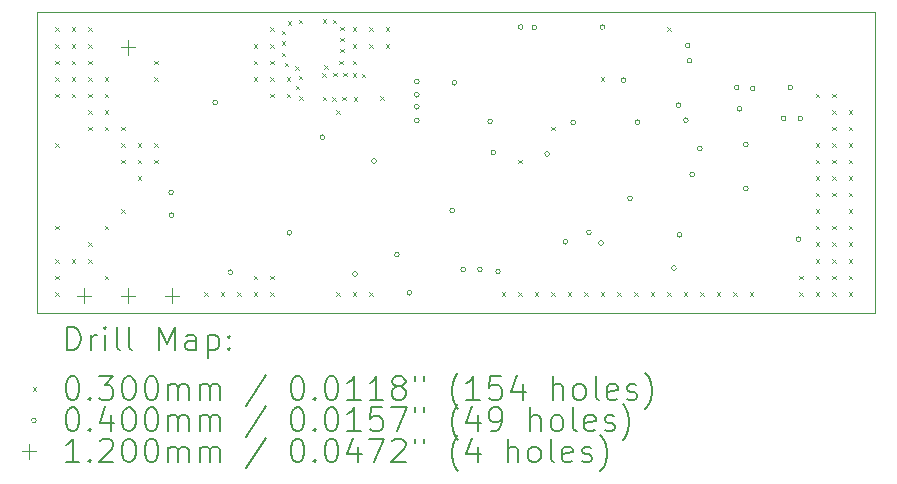
<source format=gbr>
%TF.GenerationSoftware,KiCad,Pcbnew,8.0.4*%
%TF.CreationDate,2024-11-07T22:09:43+00:00*%
%TF.ProjectId,BG95V4,42473935-5634-42e6-9b69-6361645f7063,rev?*%
%TF.SameCoordinates,Original*%
%TF.FileFunction,Drillmap*%
%TF.FilePolarity,Positive*%
%FSLAX45Y45*%
G04 Gerber Fmt 4.5, Leading zero omitted, Abs format (unit mm)*
G04 Created by KiCad (PCBNEW 8.0.4) date 2024-11-07 22:09:43*
%MOMM*%
%LPD*%
G01*
G04 APERTURE LIST*
%ADD10C,0.050000*%
%ADD11C,0.200000*%
%ADD12C,0.100000*%
%ADD13C,0.120000*%
G04 APERTURE END LIST*
D10*
X400000Y2250000D02*
X400000Y-300000D01*
X7500000Y-300000D02*
X400000Y-300000D01*
X7500000Y-300000D02*
X7500000Y2250000D01*
X7500000Y2250000D02*
X400000Y2250000D01*
D11*
D12*
X558300Y2119539D02*
X588300Y2089539D01*
X588300Y2119539D02*
X558300Y2089539D01*
X558300Y1979539D02*
X588300Y1949539D01*
X588300Y1979539D02*
X558300Y1949539D01*
X558300Y1839539D02*
X588300Y1809539D01*
X588300Y1839539D02*
X558300Y1809539D01*
X558300Y1699539D02*
X588300Y1669539D01*
X588300Y1699539D02*
X558300Y1669539D01*
X558300Y1559539D02*
X588300Y1529539D01*
X588300Y1559539D02*
X558300Y1529539D01*
X558300Y1139539D02*
X588300Y1109539D01*
X588300Y1139539D02*
X558300Y1109539D01*
X558300Y439539D02*
X588300Y409539D01*
X588300Y439539D02*
X558300Y409539D01*
X558300Y159539D02*
X588300Y129539D01*
X588300Y159539D02*
X558300Y129539D01*
X558300Y19539D02*
X588300Y-10461D01*
X588300Y19539D02*
X558300Y-10461D01*
X558300Y-120461D02*
X588300Y-150461D01*
X588300Y-120461D02*
X558300Y-150461D01*
X698300Y2119539D02*
X728300Y2089539D01*
X728300Y2119539D02*
X698300Y2089539D01*
X698300Y1979539D02*
X728300Y1949539D01*
X728300Y1979539D02*
X698300Y1949539D01*
X698300Y1839539D02*
X728300Y1809539D01*
X728300Y1839539D02*
X698300Y1809539D01*
X698300Y1699539D02*
X728300Y1669539D01*
X728300Y1699539D02*
X698300Y1669539D01*
X698300Y1559539D02*
X728300Y1529539D01*
X728300Y1559539D02*
X698300Y1529539D01*
X698300Y159539D02*
X728300Y129539D01*
X728300Y159539D02*
X698300Y129539D01*
X838300Y2119539D02*
X868300Y2089539D01*
X868300Y2119539D02*
X838300Y2089539D01*
X838300Y1979539D02*
X868300Y1949539D01*
X868300Y1979539D02*
X838300Y1949539D01*
X838300Y1839539D02*
X868300Y1809539D01*
X868300Y1839539D02*
X838300Y1809539D01*
X838300Y1699539D02*
X868300Y1669539D01*
X868300Y1699539D02*
X838300Y1669539D01*
X838300Y1559539D02*
X868300Y1529539D01*
X868300Y1559539D02*
X838300Y1529539D01*
X838300Y1419539D02*
X868300Y1389539D01*
X868300Y1419539D02*
X838300Y1389539D01*
X838300Y1279539D02*
X868300Y1249539D01*
X868300Y1279539D02*
X838300Y1249539D01*
X838300Y299539D02*
X868300Y269539D01*
X868300Y299539D02*
X838300Y269539D01*
X838300Y159539D02*
X868300Y129539D01*
X868300Y159539D02*
X838300Y129539D01*
X978300Y1699539D02*
X1008300Y1669539D01*
X1008300Y1699539D02*
X978300Y1669539D01*
X978300Y1559539D02*
X1008300Y1529539D01*
X1008300Y1559539D02*
X978300Y1529539D01*
X978300Y1419539D02*
X1008300Y1389539D01*
X1008300Y1419539D02*
X978300Y1389539D01*
X978300Y1279539D02*
X1008300Y1249539D01*
X1008300Y1279539D02*
X978300Y1249539D01*
X978300Y439539D02*
X1008300Y409539D01*
X1008300Y439539D02*
X978300Y409539D01*
X978300Y19539D02*
X1008300Y-10461D01*
X1008300Y19539D02*
X978300Y-10461D01*
X1118300Y1279539D02*
X1148300Y1249539D01*
X1148300Y1279539D02*
X1118300Y1249539D01*
X1118300Y1139539D02*
X1148300Y1109539D01*
X1148300Y1139539D02*
X1118300Y1109539D01*
X1118300Y999539D02*
X1148300Y969539D01*
X1148300Y999539D02*
X1118300Y969539D01*
X1118300Y579539D02*
X1148300Y549539D01*
X1148300Y579539D02*
X1118300Y549539D01*
X1258300Y1139539D02*
X1288300Y1109539D01*
X1288300Y1139539D02*
X1258300Y1109539D01*
X1258300Y999539D02*
X1288300Y969539D01*
X1288300Y999539D02*
X1258300Y969539D01*
X1258300Y859539D02*
X1288300Y829539D01*
X1288300Y859539D02*
X1258300Y829539D01*
X1398300Y1839539D02*
X1428300Y1809539D01*
X1428300Y1839539D02*
X1398300Y1809539D01*
X1398300Y1699539D02*
X1428300Y1669539D01*
X1428300Y1699539D02*
X1398300Y1669539D01*
X1398300Y1139539D02*
X1428300Y1109539D01*
X1428300Y1139539D02*
X1398300Y1109539D01*
X1398300Y999539D02*
X1428300Y969539D01*
X1428300Y999539D02*
X1398300Y969539D01*
X1818300Y-120461D02*
X1848300Y-150461D01*
X1848300Y-120461D02*
X1818300Y-150461D01*
X1958300Y-120461D02*
X1988300Y-150461D01*
X1988300Y-120461D02*
X1958300Y-150461D01*
X2098300Y-120461D02*
X2128300Y-150461D01*
X2128300Y-120461D02*
X2098300Y-150461D01*
X2238300Y1979539D02*
X2268300Y1949539D01*
X2268300Y1979539D02*
X2238300Y1949539D01*
X2238300Y1839539D02*
X2268300Y1809539D01*
X2268300Y1839539D02*
X2238300Y1809539D01*
X2238300Y1699539D02*
X2268300Y1669539D01*
X2268300Y1699539D02*
X2238300Y1669539D01*
X2238300Y19539D02*
X2268300Y-10461D01*
X2268300Y19539D02*
X2238300Y-10461D01*
X2238300Y-120461D02*
X2268300Y-150461D01*
X2268300Y-120461D02*
X2238300Y-150461D01*
X2378300Y2119539D02*
X2408300Y2089539D01*
X2408300Y2119539D02*
X2378300Y2089539D01*
X2378300Y1979539D02*
X2408300Y1949539D01*
X2408300Y1979539D02*
X2378300Y1949539D01*
X2378300Y1839539D02*
X2408300Y1809539D01*
X2408300Y1839539D02*
X2378300Y1809539D01*
X2378300Y1699539D02*
X2408300Y1669539D01*
X2408300Y1699539D02*
X2378300Y1669539D01*
X2378300Y1559539D02*
X2408300Y1529539D01*
X2408300Y1559539D02*
X2378300Y1529539D01*
X2378300Y19539D02*
X2408300Y-10461D01*
X2408300Y19539D02*
X2378300Y-10461D01*
X2378300Y-120461D02*
X2408300Y-150461D01*
X2408300Y-120461D02*
X2378300Y-150461D01*
X2474200Y2090180D02*
X2504200Y2060180D01*
X2504200Y2090180D02*
X2474200Y2060180D01*
X2474200Y1907300D02*
X2504200Y1877300D01*
X2504200Y1907300D02*
X2474200Y1877300D01*
X2476740Y2001280D02*
X2506740Y1971280D01*
X2506740Y2001280D02*
X2476740Y1971280D01*
X2499600Y1820940D02*
X2529600Y1790940D01*
X2529600Y1820940D02*
X2499600Y1790940D01*
X2518300Y1699539D02*
X2548300Y1669539D01*
X2548300Y1699539D02*
X2518300Y1669539D01*
X2518300Y1559539D02*
X2548300Y1529539D01*
X2548300Y1559539D02*
X2518300Y1529539D01*
X2527540Y2174000D02*
X2557540Y2144000D01*
X2557540Y2174000D02*
X2527540Y2144000D01*
X2588500Y1793000D02*
X2618500Y1763000D01*
X2618500Y1793000D02*
X2588500Y1763000D01*
X2596120Y1627900D02*
X2626120Y1597900D01*
X2626120Y1627900D02*
X2596120Y1597900D01*
X2618980Y2186700D02*
X2648980Y2156700D01*
X2648980Y2186700D02*
X2618980Y2156700D01*
X2618980Y1711720D02*
X2648980Y1681720D01*
X2648980Y1711720D02*
X2618980Y1681720D01*
X2624060Y1539000D02*
X2654060Y1509000D01*
X2654060Y1539000D02*
X2624060Y1509000D01*
X2819640Y1732040D02*
X2849640Y1702040D01*
X2849640Y1732040D02*
X2819640Y1702040D01*
X2822180Y2189240D02*
X2852180Y2159240D01*
X2852180Y2189240D02*
X2822180Y2159240D01*
X2822180Y1533920D02*
X2852180Y1503920D01*
X2852180Y1533920D02*
X2822180Y1503920D01*
X2837420Y1798080D02*
X2867420Y1768080D01*
X2867420Y1798080D02*
X2837420Y1768080D01*
X2903460Y1528840D02*
X2933460Y1498840D01*
X2933460Y1528840D02*
X2903460Y1498840D01*
X2906000Y2186700D02*
X2936000Y2156700D01*
X2936000Y2186700D02*
X2906000Y2156700D01*
X2913620Y1737120D02*
X2943620Y1707120D01*
X2943620Y1737120D02*
X2913620Y1707120D01*
X2938300Y1419539D02*
X2968300Y1389539D01*
X2968300Y1419539D02*
X2938300Y1389539D01*
X2938300Y-120461D02*
X2968300Y-150461D01*
X2968300Y-120461D02*
X2938300Y-150461D01*
X2964420Y1838720D02*
X2994420Y1808720D01*
X2994420Y1838720D02*
X2964420Y1808720D01*
X2969500Y2125740D02*
X2999500Y2095740D01*
X2999500Y2125740D02*
X2969500Y2095740D01*
X2969500Y1940320D02*
X2999500Y1910320D01*
X2999500Y1940320D02*
X2969500Y1910320D01*
X2972040Y2034300D02*
X3002040Y2004300D01*
X3002040Y2034300D02*
X2972040Y2004300D01*
X2987280Y1533920D02*
X3017280Y1503920D01*
X3017280Y1533920D02*
X2987280Y1503920D01*
X2997440Y1734580D02*
X3027440Y1704580D01*
X3027440Y1734580D02*
X2997440Y1704580D01*
X3076180Y1732040D02*
X3106180Y1702040D01*
X3106180Y1732040D02*
X3076180Y1702040D01*
X3078300Y2119539D02*
X3108300Y2089539D01*
X3108300Y2119539D02*
X3078300Y2089539D01*
X3078300Y1979539D02*
X3108300Y1949539D01*
X3108300Y1979539D02*
X3078300Y1949539D01*
X3078300Y1839539D02*
X3108300Y1809539D01*
X3108300Y1839539D02*
X3078300Y1809539D01*
X3078300Y-120461D02*
X3108300Y-150461D01*
X3108300Y-120461D02*
X3078300Y-150461D01*
X3083800Y1528840D02*
X3113800Y1498840D01*
X3113800Y1528840D02*
X3083800Y1498840D01*
X3152380Y1729500D02*
X3182380Y1699500D01*
X3182380Y1729500D02*
X3152380Y1699500D01*
X3218300Y2119539D02*
X3248300Y2089539D01*
X3248300Y2119539D02*
X3218300Y2089539D01*
X3218300Y1979539D02*
X3248300Y1949539D01*
X3248300Y1979539D02*
X3218300Y1949539D01*
X3218300Y-120461D02*
X3248300Y-150461D01*
X3248300Y-120461D02*
X3218300Y-150461D01*
X3309860Y1539000D02*
X3339860Y1509000D01*
X3339860Y1539000D02*
X3309860Y1509000D01*
X3358300Y2119539D02*
X3388300Y2089539D01*
X3388300Y2119539D02*
X3358300Y2089539D01*
X3358300Y1979539D02*
X3388300Y1949539D01*
X3388300Y1979539D02*
X3358300Y1949539D01*
X4338300Y-120461D02*
X4368300Y-150461D01*
X4368300Y-120461D02*
X4338300Y-150461D01*
X4478300Y999539D02*
X4508300Y969539D01*
X4508300Y999539D02*
X4478300Y969539D01*
X4478300Y-120461D02*
X4508300Y-150461D01*
X4508300Y-120461D02*
X4478300Y-150461D01*
X4618300Y-120461D02*
X4648300Y-150461D01*
X4648300Y-120461D02*
X4618300Y-150461D01*
X4758300Y1279539D02*
X4788300Y1249539D01*
X4788300Y1279539D02*
X4758300Y1249539D01*
X4758300Y-120461D02*
X4788300Y-150461D01*
X4788300Y-120461D02*
X4758300Y-150461D01*
X4898300Y-120461D02*
X4928300Y-150461D01*
X4928300Y-120461D02*
X4898300Y-150461D01*
X5038300Y-120461D02*
X5068300Y-150461D01*
X5068300Y-120461D02*
X5038300Y-150461D01*
X5178300Y1699539D02*
X5208300Y1669539D01*
X5208300Y1699539D02*
X5178300Y1669539D01*
X5178300Y-120461D02*
X5208300Y-150461D01*
X5208300Y-120461D02*
X5178300Y-150461D01*
X5318300Y-120461D02*
X5348300Y-150461D01*
X5348300Y-120461D02*
X5318300Y-150461D01*
X5458300Y-120461D02*
X5488300Y-150461D01*
X5488300Y-120461D02*
X5458300Y-150461D01*
X5598300Y-120461D02*
X5628300Y-150461D01*
X5628300Y-120461D02*
X5598300Y-150461D01*
X5738300Y2119539D02*
X5768300Y2089539D01*
X5768300Y2119539D02*
X5738300Y2089539D01*
X5738300Y-120461D02*
X5768300Y-150461D01*
X5768300Y-120461D02*
X5738300Y-150461D01*
X5878300Y-120461D02*
X5908300Y-150461D01*
X5908300Y-120461D02*
X5878300Y-150461D01*
X6018300Y-120461D02*
X6048300Y-150461D01*
X6048300Y-120461D02*
X6018300Y-150461D01*
X6158300Y-120461D02*
X6188300Y-150461D01*
X6188300Y-120461D02*
X6158300Y-150461D01*
X6298300Y-120461D02*
X6328300Y-150461D01*
X6328300Y-120461D02*
X6298300Y-150461D01*
X6438300Y-120461D02*
X6468300Y-150461D01*
X6468300Y-120461D02*
X6438300Y-150461D01*
X6858300Y19539D02*
X6888300Y-10461D01*
X6888300Y19539D02*
X6858300Y-10461D01*
X6858300Y-120461D02*
X6888300Y-150461D01*
X6888300Y-120461D02*
X6858300Y-150461D01*
X6998300Y1559539D02*
X7028300Y1529539D01*
X7028300Y1559539D02*
X6998300Y1529539D01*
X6998300Y1139539D02*
X7028300Y1109539D01*
X7028300Y1139539D02*
X6998300Y1109539D01*
X6998300Y999539D02*
X7028300Y969539D01*
X7028300Y999539D02*
X6998300Y969539D01*
X6998300Y859539D02*
X7028300Y829539D01*
X7028300Y859539D02*
X6998300Y829539D01*
X6998300Y719539D02*
X7028300Y689539D01*
X7028300Y719539D02*
X6998300Y689539D01*
X6998300Y579539D02*
X7028300Y549539D01*
X7028300Y579539D02*
X6998300Y549539D01*
X6998300Y439539D02*
X7028300Y409539D01*
X7028300Y439539D02*
X6998300Y409539D01*
X6998300Y299539D02*
X7028300Y269539D01*
X7028300Y299539D02*
X6998300Y269539D01*
X6998300Y159539D02*
X7028300Y129539D01*
X7028300Y159539D02*
X6998300Y129539D01*
X6998300Y19539D02*
X7028300Y-10461D01*
X7028300Y19539D02*
X6998300Y-10461D01*
X6998300Y-120461D02*
X7028300Y-150461D01*
X7028300Y-120461D02*
X6998300Y-150461D01*
X7138300Y1559539D02*
X7168300Y1529539D01*
X7168300Y1559539D02*
X7138300Y1529539D01*
X7138300Y1419539D02*
X7168300Y1389539D01*
X7168300Y1419539D02*
X7138300Y1389539D01*
X7138300Y1279539D02*
X7168300Y1249539D01*
X7168300Y1279539D02*
X7138300Y1249539D01*
X7138300Y1139539D02*
X7168300Y1109539D01*
X7168300Y1139539D02*
X7138300Y1109539D01*
X7138300Y999539D02*
X7168300Y969539D01*
X7168300Y999539D02*
X7138300Y969539D01*
X7138300Y859539D02*
X7168300Y829539D01*
X7168300Y859539D02*
X7138300Y829539D01*
X7138300Y719539D02*
X7168300Y689539D01*
X7168300Y719539D02*
X7138300Y689539D01*
X7138300Y439539D02*
X7168300Y409539D01*
X7168300Y439539D02*
X7138300Y409539D01*
X7138300Y299539D02*
X7168300Y269539D01*
X7168300Y299539D02*
X7138300Y269539D01*
X7138300Y159539D02*
X7168300Y129539D01*
X7168300Y159539D02*
X7138300Y129539D01*
X7138300Y19539D02*
X7168300Y-10461D01*
X7168300Y19539D02*
X7138300Y-10461D01*
X7138300Y-120461D02*
X7168300Y-150461D01*
X7168300Y-120461D02*
X7138300Y-150461D01*
X7278300Y1419539D02*
X7308300Y1389539D01*
X7308300Y1419539D02*
X7278300Y1389539D01*
X7278300Y1279539D02*
X7308300Y1249539D01*
X7308300Y1279539D02*
X7278300Y1249539D01*
X7278300Y1139539D02*
X7308300Y1109539D01*
X7308300Y1139539D02*
X7278300Y1109539D01*
X7278300Y999539D02*
X7308300Y969539D01*
X7308300Y999539D02*
X7278300Y969539D01*
X7278300Y859539D02*
X7308300Y829539D01*
X7308300Y859539D02*
X7278300Y829539D01*
X7278300Y719539D02*
X7308300Y689539D01*
X7308300Y719539D02*
X7278300Y689539D01*
X7278300Y579539D02*
X7308300Y549539D01*
X7308300Y579539D02*
X7278300Y549539D01*
X7278300Y439539D02*
X7308300Y409539D01*
X7308300Y439539D02*
X7278300Y409539D01*
X7278300Y299539D02*
X7308300Y269539D01*
X7308300Y299539D02*
X7278300Y269539D01*
X7278300Y159539D02*
X7308300Y129539D01*
X7308300Y159539D02*
X7278300Y129539D01*
X7278300Y19539D02*
X7308300Y-10461D01*
X7308300Y19539D02*
X7278300Y-10461D01*
X7278300Y-120461D02*
X7308300Y-150461D01*
X7308300Y-120461D02*
X7278300Y-150461D01*
X1559240Y723900D02*
G75*
G02*
X1519240Y723900I-20000J0D01*
G01*
X1519240Y723900D02*
G75*
G02*
X1559240Y723900I20000J0D01*
G01*
X1561780Y530860D02*
G75*
G02*
X1521780Y530860I-20000J0D01*
G01*
X1521780Y530860D02*
G75*
G02*
X1561780Y530860I20000J0D01*
G01*
X1932620Y1483360D02*
G75*
G02*
X1892620Y1483360I-20000J0D01*
G01*
X1892620Y1483360D02*
G75*
G02*
X1932620Y1483360I20000J0D01*
G01*
X2060000Y47500D02*
G75*
G02*
X2020000Y47500I-20000J0D01*
G01*
X2020000Y47500D02*
G75*
G02*
X2060000Y47500I20000J0D01*
G01*
X2560000Y381000D02*
G75*
G02*
X2520000Y381000I-20000J0D01*
G01*
X2520000Y381000D02*
G75*
G02*
X2560000Y381000I20000J0D01*
G01*
X2840000Y1190000D02*
G75*
G02*
X2800000Y1190000I-20000J0D01*
G01*
X2800000Y1190000D02*
G75*
G02*
X2840000Y1190000I20000J0D01*
G01*
X3116260Y33020D02*
G75*
G02*
X3076260Y33020I-20000J0D01*
G01*
X3076260Y33020D02*
G75*
G02*
X3116260Y33020I20000J0D01*
G01*
X3278000Y990000D02*
G75*
G02*
X3238000Y990000I-20000J0D01*
G01*
X3238000Y990000D02*
G75*
G02*
X3278000Y990000I20000J0D01*
G01*
X3471000Y196000D02*
G75*
G02*
X3431000Y196000I-20000J0D01*
G01*
X3431000Y196000D02*
G75*
G02*
X3471000Y196000I20000J0D01*
G01*
X3576000Y-127000D02*
G75*
G02*
X3536000Y-127000I-20000J0D01*
G01*
X3536000Y-127000D02*
G75*
G02*
X3576000Y-127000I20000J0D01*
G01*
X3639500Y1663700D02*
G75*
G02*
X3599500Y1663700I-20000J0D01*
G01*
X3599500Y1663700D02*
G75*
G02*
X3639500Y1663700I20000J0D01*
G01*
X3639500Y1549400D02*
G75*
G02*
X3599500Y1549400I-20000J0D01*
G01*
X3599500Y1549400D02*
G75*
G02*
X3639500Y1549400I20000J0D01*
G01*
X3639500Y1447800D02*
G75*
G02*
X3599500Y1447800I-20000J0D01*
G01*
X3599500Y1447800D02*
G75*
G02*
X3639500Y1447800I20000J0D01*
G01*
X3639500Y1333500D02*
G75*
G02*
X3599500Y1333500I-20000J0D01*
G01*
X3599500Y1333500D02*
G75*
G02*
X3639500Y1333500I20000J0D01*
G01*
X3940000Y570000D02*
G75*
G02*
X3900000Y570000I-20000J0D01*
G01*
X3900000Y570000D02*
G75*
G02*
X3940000Y570000I20000J0D01*
G01*
X3957000Y1651000D02*
G75*
G02*
X3917000Y1651000I-20000J0D01*
G01*
X3917000Y1651000D02*
G75*
G02*
X3957000Y1651000I20000J0D01*
G01*
X4033000Y72000D02*
G75*
G02*
X3993000Y72000I-20000J0D01*
G01*
X3993000Y72000D02*
G75*
G02*
X4033000Y72000I20000J0D01*
G01*
X4174000Y71999D02*
G75*
G02*
X4134000Y71999I-20000J0D01*
G01*
X4134000Y71999D02*
G75*
G02*
X4174000Y71999I20000J0D01*
G01*
X4260000Y1325000D02*
G75*
G02*
X4220000Y1325000I-20000J0D01*
G01*
X4220000Y1325000D02*
G75*
G02*
X4260000Y1325000I20000J0D01*
G01*
X4287500Y1060000D02*
G75*
G02*
X4247500Y1060000I-20000J0D01*
G01*
X4247500Y1060000D02*
G75*
G02*
X4287500Y1060000I20000J0D01*
G01*
X4327000Y53000D02*
G75*
G02*
X4287000Y53000I-20000J0D01*
G01*
X4287000Y53000D02*
G75*
G02*
X4327000Y53000I20000J0D01*
G01*
X4518340Y2123440D02*
G75*
G02*
X4478340Y2123440I-20000J0D01*
G01*
X4478340Y2123440D02*
G75*
G02*
X4518340Y2123440I20000J0D01*
G01*
X4635180Y2118360D02*
G75*
G02*
X4595180Y2118360I-20000J0D01*
G01*
X4595180Y2118360D02*
G75*
G02*
X4635180Y2118360I20000J0D01*
G01*
X4743398Y1049102D02*
G75*
G02*
X4703398Y1049102I-20000J0D01*
G01*
X4703398Y1049102D02*
G75*
G02*
X4743398Y1049102I20000J0D01*
G01*
X4896800Y304800D02*
G75*
G02*
X4856800Y304800I-20000J0D01*
G01*
X4856800Y304800D02*
G75*
G02*
X4896800Y304800I20000J0D01*
G01*
X4963000Y1315000D02*
G75*
G02*
X4923000Y1315000I-20000J0D01*
G01*
X4923000Y1315000D02*
G75*
G02*
X4963000Y1315000I20000J0D01*
G01*
X5097500Y385000D02*
G75*
G02*
X5057500Y385000I-20000J0D01*
G01*
X5057500Y385000D02*
G75*
G02*
X5097500Y385000I20000J0D01*
G01*
X5200000Y295000D02*
G75*
G02*
X5160000Y295000I-20000J0D01*
G01*
X5160000Y295000D02*
G75*
G02*
X5200000Y295000I20000J0D01*
G01*
X5211760Y2123440D02*
G75*
G02*
X5171760Y2123440I-20000J0D01*
G01*
X5171760Y2123440D02*
G75*
G02*
X5211760Y2123440I20000J0D01*
G01*
X5389560Y1673860D02*
G75*
G02*
X5349560Y1673860I-20000J0D01*
G01*
X5349560Y1673860D02*
G75*
G02*
X5389560Y1673860I20000J0D01*
G01*
X5445000Y674000D02*
G75*
G02*
X5405000Y674000I-20000J0D01*
G01*
X5405000Y674000D02*
G75*
G02*
X5445000Y674000I20000J0D01*
G01*
X5508940Y1318260D02*
G75*
G02*
X5468940Y1318260I-20000J0D01*
G01*
X5468940Y1318260D02*
G75*
G02*
X5508940Y1318260I20000J0D01*
G01*
X5816000Y83000D02*
G75*
G02*
X5776000Y83000I-20000J0D01*
G01*
X5776000Y83000D02*
G75*
G02*
X5816000Y83000I20000J0D01*
G01*
X5855000Y1462500D02*
G75*
G02*
X5815000Y1462500I-20000J0D01*
G01*
X5815000Y1462500D02*
G75*
G02*
X5855000Y1462500I20000J0D01*
G01*
X5863229Y364421D02*
G75*
G02*
X5823229Y364421I-20000J0D01*
G01*
X5823229Y364421D02*
G75*
G02*
X5863229Y364421I20000J0D01*
G01*
X5917500Y1335000D02*
G75*
G02*
X5877500Y1335000I-20000J0D01*
G01*
X5877500Y1335000D02*
G75*
G02*
X5917500Y1335000I20000J0D01*
G01*
X5932550Y1965960D02*
G75*
G02*
X5892550Y1965960I-20000J0D01*
G01*
X5892550Y1965960D02*
G75*
G02*
X5932550Y1965960I20000J0D01*
G01*
X5948360Y1838960D02*
G75*
G02*
X5908360Y1838960I-20000J0D01*
G01*
X5908360Y1838960D02*
G75*
G02*
X5948360Y1838960I20000J0D01*
G01*
X5971220Y876300D02*
G75*
G02*
X5931220Y876300I-20000J0D01*
G01*
X5931220Y876300D02*
G75*
G02*
X5971220Y876300I20000J0D01*
G01*
X6034720Y1094740D02*
G75*
G02*
X5994720Y1094740I-20000J0D01*
G01*
X5994720Y1094740D02*
G75*
G02*
X6034720Y1094740I20000J0D01*
G01*
X6347500Y1612500D02*
G75*
G02*
X6307500Y1612500I-20000J0D01*
G01*
X6307500Y1612500D02*
G75*
G02*
X6347500Y1612500I20000J0D01*
G01*
X6372500Y1430000D02*
G75*
G02*
X6332500Y1430000I-20000J0D01*
G01*
X6332500Y1430000D02*
G75*
G02*
X6372500Y1430000I20000J0D01*
G01*
X6425000Y1127500D02*
G75*
G02*
X6385000Y1127500I-20000J0D01*
G01*
X6385000Y1127500D02*
G75*
G02*
X6425000Y1127500I20000J0D01*
G01*
X6425000Y755000D02*
G75*
G02*
X6385000Y755000I-20000J0D01*
G01*
X6385000Y755000D02*
G75*
G02*
X6425000Y755000I20000J0D01*
G01*
X6482500Y1602500D02*
G75*
G02*
X6442500Y1602500I-20000J0D01*
G01*
X6442500Y1602500D02*
G75*
G02*
X6482500Y1602500I20000J0D01*
G01*
X6745000Y1350000D02*
G75*
G02*
X6705000Y1350000I-20000J0D01*
G01*
X6705000Y1350000D02*
G75*
G02*
X6745000Y1350000I20000J0D01*
G01*
X6802500Y1610000D02*
G75*
G02*
X6762500Y1610000I-20000J0D01*
G01*
X6762500Y1610000D02*
G75*
G02*
X6802500Y1610000I20000J0D01*
G01*
X6870000Y327500D02*
G75*
G02*
X6830000Y327500I-20000J0D01*
G01*
X6830000Y327500D02*
G75*
G02*
X6870000Y327500I20000J0D01*
G01*
X6887500Y1350000D02*
G75*
G02*
X6847500Y1350000I-20000J0D01*
G01*
X6847500Y1350000D02*
G75*
G02*
X6887500Y1350000I20000J0D01*
G01*
D13*
X800000Y-90000D02*
X800000Y-210000D01*
X740000Y-150000D02*
X860000Y-150000D01*
X1175000Y2010000D02*
X1175000Y1890000D01*
X1115000Y1950000D02*
X1235000Y1950000D01*
X1175000Y-90000D02*
X1175000Y-210000D01*
X1115000Y-150000D02*
X1235000Y-150000D01*
X1550000Y-90000D02*
X1550000Y-210000D01*
X1490000Y-150000D02*
X1610000Y-150000D01*
D11*
X658277Y-613984D02*
X658277Y-413984D01*
X658277Y-413984D02*
X705896Y-413984D01*
X705896Y-413984D02*
X734467Y-423508D01*
X734467Y-423508D02*
X753515Y-442555D01*
X753515Y-442555D02*
X763039Y-461603D01*
X763039Y-461603D02*
X772562Y-499698D01*
X772562Y-499698D02*
X772562Y-528270D01*
X772562Y-528270D02*
X763039Y-566365D01*
X763039Y-566365D02*
X753515Y-585412D01*
X753515Y-585412D02*
X734467Y-604460D01*
X734467Y-604460D02*
X705896Y-613984D01*
X705896Y-613984D02*
X658277Y-613984D01*
X858277Y-613984D02*
X858277Y-480650D01*
X858277Y-518746D02*
X867801Y-499698D01*
X867801Y-499698D02*
X877324Y-490174D01*
X877324Y-490174D02*
X896372Y-480650D01*
X896372Y-480650D02*
X915420Y-480650D01*
X982086Y-613984D02*
X982086Y-480650D01*
X982086Y-413984D02*
X972562Y-423508D01*
X972562Y-423508D02*
X982086Y-433031D01*
X982086Y-433031D02*
X991610Y-423508D01*
X991610Y-423508D02*
X982086Y-413984D01*
X982086Y-413984D02*
X982086Y-433031D01*
X1105896Y-613984D02*
X1086848Y-604460D01*
X1086848Y-604460D02*
X1077324Y-585412D01*
X1077324Y-585412D02*
X1077324Y-413984D01*
X1210658Y-613984D02*
X1191610Y-604460D01*
X1191610Y-604460D02*
X1182086Y-585412D01*
X1182086Y-585412D02*
X1182086Y-413984D01*
X1439229Y-613984D02*
X1439229Y-413984D01*
X1439229Y-413984D02*
X1505896Y-556841D01*
X1505896Y-556841D02*
X1572562Y-413984D01*
X1572562Y-413984D02*
X1572562Y-613984D01*
X1753515Y-613984D02*
X1753515Y-509222D01*
X1753515Y-509222D02*
X1743991Y-490174D01*
X1743991Y-490174D02*
X1724943Y-480650D01*
X1724943Y-480650D02*
X1686848Y-480650D01*
X1686848Y-480650D02*
X1667801Y-490174D01*
X1753515Y-604460D02*
X1734467Y-613984D01*
X1734467Y-613984D02*
X1686848Y-613984D01*
X1686848Y-613984D02*
X1667801Y-604460D01*
X1667801Y-604460D02*
X1658277Y-585412D01*
X1658277Y-585412D02*
X1658277Y-566365D01*
X1658277Y-566365D02*
X1667801Y-547317D01*
X1667801Y-547317D02*
X1686848Y-537793D01*
X1686848Y-537793D02*
X1734467Y-537793D01*
X1734467Y-537793D02*
X1753515Y-528270D01*
X1848753Y-480650D02*
X1848753Y-680650D01*
X1848753Y-490174D02*
X1867801Y-480650D01*
X1867801Y-480650D02*
X1905896Y-480650D01*
X1905896Y-480650D02*
X1924943Y-490174D01*
X1924943Y-490174D02*
X1934467Y-499698D01*
X1934467Y-499698D02*
X1943991Y-518746D01*
X1943991Y-518746D02*
X1943991Y-575889D01*
X1943991Y-575889D02*
X1934467Y-594936D01*
X1934467Y-594936D02*
X1924943Y-604460D01*
X1924943Y-604460D02*
X1905896Y-613984D01*
X1905896Y-613984D02*
X1867801Y-613984D01*
X1867801Y-613984D02*
X1848753Y-604460D01*
X2029705Y-594936D02*
X2039229Y-604460D01*
X2039229Y-604460D02*
X2029705Y-613984D01*
X2029705Y-613984D02*
X2020182Y-604460D01*
X2020182Y-604460D02*
X2029705Y-594936D01*
X2029705Y-594936D02*
X2029705Y-613984D01*
X2029705Y-490174D02*
X2039229Y-499698D01*
X2039229Y-499698D02*
X2029705Y-509222D01*
X2029705Y-509222D02*
X2020182Y-499698D01*
X2020182Y-499698D02*
X2029705Y-490174D01*
X2029705Y-490174D02*
X2029705Y-509222D01*
D12*
X367500Y-927500D02*
X397500Y-957500D01*
X397500Y-927500D02*
X367500Y-957500D01*
D11*
X696372Y-833984D02*
X715420Y-833984D01*
X715420Y-833984D02*
X734467Y-843508D01*
X734467Y-843508D02*
X743991Y-853031D01*
X743991Y-853031D02*
X753515Y-872079D01*
X753515Y-872079D02*
X763039Y-910174D01*
X763039Y-910174D02*
X763039Y-957793D01*
X763039Y-957793D02*
X753515Y-995888D01*
X753515Y-995888D02*
X743991Y-1014936D01*
X743991Y-1014936D02*
X734467Y-1024460D01*
X734467Y-1024460D02*
X715420Y-1033984D01*
X715420Y-1033984D02*
X696372Y-1033984D01*
X696372Y-1033984D02*
X677324Y-1024460D01*
X677324Y-1024460D02*
X667801Y-1014936D01*
X667801Y-1014936D02*
X658277Y-995888D01*
X658277Y-995888D02*
X648753Y-957793D01*
X648753Y-957793D02*
X648753Y-910174D01*
X648753Y-910174D02*
X658277Y-872079D01*
X658277Y-872079D02*
X667801Y-853031D01*
X667801Y-853031D02*
X677324Y-843508D01*
X677324Y-843508D02*
X696372Y-833984D01*
X848753Y-1014936D02*
X858277Y-1024460D01*
X858277Y-1024460D02*
X848753Y-1033984D01*
X848753Y-1033984D02*
X839229Y-1024460D01*
X839229Y-1024460D02*
X848753Y-1014936D01*
X848753Y-1014936D02*
X848753Y-1033984D01*
X924943Y-833984D02*
X1048753Y-833984D01*
X1048753Y-833984D02*
X982086Y-910174D01*
X982086Y-910174D02*
X1010658Y-910174D01*
X1010658Y-910174D02*
X1029705Y-919698D01*
X1029705Y-919698D02*
X1039229Y-929222D01*
X1039229Y-929222D02*
X1048753Y-948269D01*
X1048753Y-948269D02*
X1048753Y-995888D01*
X1048753Y-995888D02*
X1039229Y-1014936D01*
X1039229Y-1014936D02*
X1029705Y-1024460D01*
X1029705Y-1024460D02*
X1010658Y-1033984D01*
X1010658Y-1033984D02*
X953515Y-1033984D01*
X953515Y-1033984D02*
X934467Y-1024460D01*
X934467Y-1024460D02*
X924943Y-1014936D01*
X1172563Y-833984D02*
X1191610Y-833984D01*
X1191610Y-833984D02*
X1210658Y-843508D01*
X1210658Y-843508D02*
X1220182Y-853031D01*
X1220182Y-853031D02*
X1229705Y-872079D01*
X1229705Y-872079D02*
X1239229Y-910174D01*
X1239229Y-910174D02*
X1239229Y-957793D01*
X1239229Y-957793D02*
X1229705Y-995888D01*
X1229705Y-995888D02*
X1220182Y-1014936D01*
X1220182Y-1014936D02*
X1210658Y-1024460D01*
X1210658Y-1024460D02*
X1191610Y-1033984D01*
X1191610Y-1033984D02*
X1172563Y-1033984D01*
X1172563Y-1033984D02*
X1153515Y-1024460D01*
X1153515Y-1024460D02*
X1143991Y-1014936D01*
X1143991Y-1014936D02*
X1134467Y-995888D01*
X1134467Y-995888D02*
X1124944Y-957793D01*
X1124944Y-957793D02*
X1124944Y-910174D01*
X1124944Y-910174D02*
X1134467Y-872079D01*
X1134467Y-872079D02*
X1143991Y-853031D01*
X1143991Y-853031D02*
X1153515Y-843508D01*
X1153515Y-843508D02*
X1172563Y-833984D01*
X1363039Y-833984D02*
X1382086Y-833984D01*
X1382086Y-833984D02*
X1401134Y-843508D01*
X1401134Y-843508D02*
X1410658Y-853031D01*
X1410658Y-853031D02*
X1420182Y-872079D01*
X1420182Y-872079D02*
X1429705Y-910174D01*
X1429705Y-910174D02*
X1429705Y-957793D01*
X1429705Y-957793D02*
X1420182Y-995888D01*
X1420182Y-995888D02*
X1410658Y-1014936D01*
X1410658Y-1014936D02*
X1401134Y-1024460D01*
X1401134Y-1024460D02*
X1382086Y-1033984D01*
X1382086Y-1033984D02*
X1363039Y-1033984D01*
X1363039Y-1033984D02*
X1343991Y-1024460D01*
X1343991Y-1024460D02*
X1334467Y-1014936D01*
X1334467Y-1014936D02*
X1324944Y-995888D01*
X1324944Y-995888D02*
X1315420Y-957793D01*
X1315420Y-957793D02*
X1315420Y-910174D01*
X1315420Y-910174D02*
X1324944Y-872079D01*
X1324944Y-872079D02*
X1334467Y-853031D01*
X1334467Y-853031D02*
X1343991Y-843508D01*
X1343991Y-843508D02*
X1363039Y-833984D01*
X1515420Y-1033984D02*
X1515420Y-900650D01*
X1515420Y-919698D02*
X1524943Y-910174D01*
X1524943Y-910174D02*
X1543991Y-900650D01*
X1543991Y-900650D02*
X1572563Y-900650D01*
X1572563Y-900650D02*
X1591610Y-910174D01*
X1591610Y-910174D02*
X1601134Y-929222D01*
X1601134Y-929222D02*
X1601134Y-1033984D01*
X1601134Y-929222D02*
X1610658Y-910174D01*
X1610658Y-910174D02*
X1629705Y-900650D01*
X1629705Y-900650D02*
X1658277Y-900650D01*
X1658277Y-900650D02*
X1677324Y-910174D01*
X1677324Y-910174D02*
X1686848Y-929222D01*
X1686848Y-929222D02*
X1686848Y-1033984D01*
X1782086Y-1033984D02*
X1782086Y-900650D01*
X1782086Y-919698D02*
X1791610Y-910174D01*
X1791610Y-910174D02*
X1810658Y-900650D01*
X1810658Y-900650D02*
X1839229Y-900650D01*
X1839229Y-900650D02*
X1858277Y-910174D01*
X1858277Y-910174D02*
X1867801Y-929222D01*
X1867801Y-929222D02*
X1867801Y-1033984D01*
X1867801Y-929222D02*
X1877324Y-910174D01*
X1877324Y-910174D02*
X1896372Y-900650D01*
X1896372Y-900650D02*
X1924943Y-900650D01*
X1924943Y-900650D02*
X1943991Y-910174D01*
X1943991Y-910174D02*
X1953515Y-929222D01*
X1953515Y-929222D02*
X1953515Y-1033984D01*
X2343991Y-824460D02*
X2172563Y-1081603D01*
X2601134Y-833984D02*
X2620182Y-833984D01*
X2620182Y-833984D02*
X2639229Y-843508D01*
X2639229Y-843508D02*
X2648753Y-853031D01*
X2648753Y-853031D02*
X2658277Y-872079D01*
X2658277Y-872079D02*
X2667801Y-910174D01*
X2667801Y-910174D02*
X2667801Y-957793D01*
X2667801Y-957793D02*
X2658277Y-995888D01*
X2658277Y-995888D02*
X2648753Y-1014936D01*
X2648753Y-1014936D02*
X2639229Y-1024460D01*
X2639229Y-1024460D02*
X2620182Y-1033984D01*
X2620182Y-1033984D02*
X2601134Y-1033984D01*
X2601134Y-1033984D02*
X2582087Y-1024460D01*
X2582087Y-1024460D02*
X2572563Y-1014936D01*
X2572563Y-1014936D02*
X2563039Y-995888D01*
X2563039Y-995888D02*
X2553515Y-957793D01*
X2553515Y-957793D02*
X2553515Y-910174D01*
X2553515Y-910174D02*
X2563039Y-872079D01*
X2563039Y-872079D02*
X2572563Y-853031D01*
X2572563Y-853031D02*
X2582087Y-843508D01*
X2582087Y-843508D02*
X2601134Y-833984D01*
X2753515Y-1014936D02*
X2763039Y-1024460D01*
X2763039Y-1024460D02*
X2753515Y-1033984D01*
X2753515Y-1033984D02*
X2743991Y-1024460D01*
X2743991Y-1024460D02*
X2753515Y-1014936D01*
X2753515Y-1014936D02*
X2753515Y-1033984D01*
X2886848Y-833984D02*
X2905896Y-833984D01*
X2905896Y-833984D02*
X2924944Y-843508D01*
X2924944Y-843508D02*
X2934467Y-853031D01*
X2934467Y-853031D02*
X2943991Y-872079D01*
X2943991Y-872079D02*
X2953515Y-910174D01*
X2953515Y-910174D02*
X2953515Y-957793D01*
X2953515Y-957793D02*
X2943991Y-995888D01*
X2943991Y-995888D02*
X2934467Y-1014936D01*
X2934467Y-1014936D02*
X2924944Y-1024460D01*
X2924944Y-1024460D02*
X2905896Y-1033984D01*
X2905896Y-1033984D02*
X2886848Y-1033984D01*
X2886848Y-1033984D02*
X2867801Y-1024460D01*
X2867801Y-1024460D02*
X2858277Y-1014936D01*
X2858277Y-1014936D02*
X2848753Y-995888D01*
X2848753Y-995888D02*
X2839229Y-957793D01*
X2839229Y-957793D02*
X2839229Y-910174D01*
X2839229Y-910174D02*
X2848753Y-872079D01*
X2848753Y-872079D02*
X2858277Y-853031D01*
X2858277Y-853031D02*
X2867801Y-843508D01*
X2867801Y-843508D02*
X2886848Y-833984D01*
X3143991Y-1033984D02*
X3029706Y-1033984D01*
X3086848Y-1033984D02*
X3086848Y-833984D01*
X3086848Y-833984D02*
X3067801Y-862555D01*
X3067801Y-862555D02*
X3048753Y-881603D01*
X3048753Y-881603D02*
X3029706Y-891127D01*
X3334467Y-1033984D02*
X3220182Y-1033984D01*
X3277325Y-1033984D02*
X3277325Y-833984D01*
X3277325Y-833984D02*
X3258277Y-862555D01*
X3258277Y-862555D02*
X3239229Y-881603D01*
X3239229Y-881603D02*
X3220182Y-891127D01*
X3448753Y-919698D02*
X3429706Y-910174D01*
X3429706Y-910174D02*
X3420182Y-900650D01*
X3420182Y-900650D02*
X3410658Y-881603D01*
X3410658Y-881603D02*
X3410658Y-872079D01*
X3410658Y-872079D02*
X3420182Y-853031D01*
X3420182Y-853031D02*
X3429706Y-843508D01*
X3429706Y-843508D02*
X3448753Y-833984D01*
X3448753Y-833984D02*
X3486848Y-833984D01*
X3486848Y-833984D02*
X3505896Y-843508D01*
X3505896Y-843508D02*
X3515420Y-853031D01*
X3515420Y-853031D02*
X3524944Y-872079D01*
X3524944Y-872079D02*
X3524944Y-881603D01*
X3524944Y-881603D02*
X3515420Y-900650D01*
X3515420Y-900650D02*
X3505896Y-910174D01*
X3505896Y-910174D02*
X3486848Y-919698D01*
X3486848Y-919698D02*
X3448753Y-919698D01*
X3448753Y-919698D02*
X3429706Y-929222D01*
X3429706Y-929222D02*
X3420182Y-938746D01*
X3420182Y-938746D02*
X3410658Y-957793D01*
X3410658Y-957793D02*
X3410658Y-995888D01*
X3410658Y-995888D02*
X3420182Y-1014936D01*
X3420182Y-1014936D02*
X3429706Y-1024460D01*
X3429706Y-1024460D02*
X3448753Y-1033984D01*
X3448753Y-1033984D02*
X3486848Y-1033984D01*
X3486848Y-1033984D02*
X3505896Y-1024460D01*
X3505896Y-1024460D02*
X3515420Y-1014936D01*
X3515420Y-1014936D02*
X3524944Y-995888D01*
X3524944Y-995888D02*
X3524944Y-957793D01*
X3524944Y-957793D02*
X3515420Y-938746D01*
X3515420Y-938746D02*
X3505896Y-929222D01*
X3505896Y-929222D02*
X3486848Y-919698D01*
X3601134Y-833984D02*
X3601134Y-872079D01*
X3677325Y-833984D02*
X3677325Y-872079D01*
X3972563Y-1110174D02*
X3963039Y-1100650D01*
X3963039Y-1100650D02*
X3943991Y-1072079D01*
X3943991Y-1072079D02*
X3934468Y-1053031D01*
X3934468Y-1053031D02*
X3924944Y-1024460D01*
X3924944Y-1024460D02*
X3915420Y-976841D01*
X3915420Y-976841D02*
X3915420Y-938746D01*
X3915420Y-938746D02*
X3924944Y-891127D01*
X3924944Y-891127D02*
X3934468Y-862555D01*
X3934468Y-862555D02*
X3943991Y-843508D01*
X3943991Y-843508D02*
X3963039Y-814936D01*
X3963039Y-814936D02*
X3972563Y-805412D01*
X4153515Y-1033984D02*
X4039229Y-1033984D01*
X4096372Y-1033984D02*
X4096372Y-833984D01*
X4096372Y-833984D02*
X4077325Y-862555D01*
X4077325Y-862555D02*
X4058277Y-881603D01*
X4058277Y-881603D02*
X4039229Y-891127D01*
X4334468Y-833984D02*
X4239230Y-833984D01*
X4239230Y-833984D02*
X4229706Y-929222D01*
X4229706Y-929222D02*
X4239230Y-919698D01*
X4239230Y-919698D02*
X4258277Y-910174D01*
X4258277Y-910174D02*
X4305896Y-910174D01*
X4305896Y-910174D02*
X4324944Y-919698D01*
X4324944Y-919698D02*
X4334468Y-929222D01*
X4334468Y-929222D02*
X4343991Y-948269D01*
X4343991Y-948269D02*
X4343991Y-995888D01*
X4343991Y-995888D02*
X4334468Y-1014936D01*
X4334468Y-1014936D02*
X4324944Y-1024460D01*
X4324944Y-1024460D02*
X4305896Y-1033984D01*
X4305896Y-1033984D02*
X4258277Y-1033984D01*
X4258277Y-1033984D02*
X4239230Y-1024460D01*
X4239230Y-1024460D02*
X4229706Y-1014936D01*
X4515420Y-900650D02*
X4515420Y-1033984D01*
X4467801Y-824460D02*
X4420182Y-967317D01*
X4420182Y-967317D02*
X4543991Y-967317D01*
X4772563Y-1033984D02*
X4772563Y-833984D01*
X4858277Y-1033984D02*
X4858277Y-929222D01*
X4858277Y-929222D02*
X4848753Y-910174D01*
X4848753Y-910174D02*
X4829706Y-900650D01*
X4829706Y-900650D02*
X4801134Y-900650D01*
X4801134Y-900650D02*
X4782087Y-910174D01*
X4782087Y-910174D02*
X4772563Y-919698D01*
X4982087Y-1033984D02*
X4963039Y-1024460D01*
X4963039Y-1024460D02*
X4953515Y-1014936D01*
X4953515Y-1014936D02*
X4943992Y-995888D01*
X4943992Y-995888D02*
X4943992Y-938746D01*
X4943992Y-938746D02*
X4953515Y-919698D01*
X4953515Y-919698D02*
X4963039Y-910174D01*
X4963039Y-910174D02*
X4982087Y-900650D01*
X4982087Y-900650D02*
X5010658Y-900650D01*
X5010658Y-900650D02*
X5029706Y-910174D01*
X5029706Y-910174D02*
X5039230Y-919698D01*
X5039230Y-919698D02*
X5048753Y-938746D01*
X5048753Y-938746D02*
X5048753Y-995888D01*
X5048753Y-995888D02*
X5039230Y-1014936D01*
X5039230Y-1014936D02*
X5029706Y-1024460D01*
X5029706Y-1024460D02*
X5010658Y-1033984D01*
X5010658Y-1033984D02*
X4982087Y-1033984D01*
X5163039Y-1033984D02*
X5143992Y-1024460D01*
X5143992Y-1024460D02*
X5134468Y-1005412D01*
X5134468Y-1005412D02*
X5134468Y-833984D01*
X5315420Y-1024460D02*
X5296373Y-1033984D01*
X5296373Y-1033984D02*
X5258277Y-1033984D01*
X5258277Y-1033984D02*
X5239230Y-1024460D01*
X5239230Y-1024460D02*
X5229706Y-1005412D01*
X5229706Y-1005412D02*
X5229706Y-929222D01*
X5229706Y-929222D02*
X5239230Y-910174D01*
X5239230Y-910174D02*
X5258277Y-900650D01*
X5258277Y-900650D02*
X5296373Y-900650D01*
X5296373Y-900650D02*
X5315420Y-910174D01*
X5315420Y-910174D02*
X5324944Y-929222D01*
X5324944Y-929222D02*
X5324944Y-948269D01*
X5324944Y-948269D02*
X5229706Y-967317D01*
X5401134Y-1024460D02*
X5420182Y-1033984D01*
X5420182Y-1033984D02*
X5458277Y-1033984D01*
X5458277Y-1033984D02*
X5477325Y-1024460D01*
X5477325Y-1024460D02*
X5486849Y-1005412D01*
X5486849Y-1005412D02*
X5486849Y-995888D01*
X5486849Y-995888D02*
X5477325Y-976841D01*
X5477325Y-976841D02*
X5458277Y-967317D01*
X5458277Y-967317D02*
X5429706Y-967317D01*
X5429706Y-967317D02*
X5410658Y-957793D01*
X5410658Y-957793D02*
X5401134Y-938746D01*
X5401134Y-938746D02*
X5401134Y-929222D01*
X5401134Y-929222D02*
X5410658Y-910174D01*
X5410658Y-910174D02*
X5429706Y-900650D01*
X5429706Y-900650D02*
X5458277Y-900650D01*
X5458277Y-900650D02*
X5477325Y-910174D01*
X5553515Y-1110174D02*
X5563039Y-1100650D01*
X5563039Y-1100650D02*
X5582087Y-1072079D01*
X5582087Y-1072079D02*
X5591611Y-1053031D01*
X5591611Y-1053031D02*
X5601134Y-1024460D01*
X5601134Y-1024460D02*
X5610658Y-976841D01*
X5610658Y-976841D02*
X5610658Y-938746D01*
X5610658Y-938746D02*
X5601134Y-891127D01*
X5601134Y-891127D02*
X5591611Y-862555D01*
X5591611Y-862555D02*
X5582087Y-843508D01*
X5582087Y-843508D02*
X5563039Y-814936D01*
X5563039Y-814936D02*
X5553515Y-805412D01*
D12*
X397500Y-1206500D02*
G75*
G02*
X357500Y-1206500I-20000J0D01*
G01*
X357500Y-1206500D02*
G75*
G02*
X397500Y-1206500I20000J0D01*
G01*
D11*
X696372Y-1097984D02*
X715420Y-1097984D01*
X715420Y-1097984D02*
X734467Y-1107508D01*
X734467Y-1107508D02*
X743991Y-1117031D01*
X743991Y-1117031D02*
X753515Y-1136079D01*
X753515Y-1136079D02*
X763039Y-1174174D01*
X763039Y-1174174D02*
X763039Y-1221793D01*
X763039Y-1221793D02*
X753515Y-1259889D01*
X753515Y-1259889D02*
X743991Y-1278936D01*
X743991Y-1278936D02*
X734467Y-1288460D01*
X734467Y-1288460D02*
X715420Y-1297984D01*
X715420Y-1297984D02*
X696372Y-1297984D01*
X696372Y-1297984D02*
X677324Y-1288460D01*
X677324Y-1288460D02*
X667801Y-1278936D01*
X667801Y-1278936D02*
X658277Y-1259889D01*
X658277Y-1259889D02*
X648753Y-1221793D01*
X648753Y-1221793D02*
X648753Y-1174174D01*
X648753Y-1174174D02*
X658277Y-1136079D01*
X658277Y-1136079D02*
X667801Y-1117031D01*
X667801Y-1117031D02*
X677324Y-1107508D01*
X677324Y-1107508D02*
X696372Y-1097984D01*
X848753Y-1278936D02*
X858277Y-1288460D01*
X858277Y-1288460D02*
X848753Y-1297984D01*
X848753Y-1297984D02*
X839229Y-1288460D01*
X839229Y-1288460D02*
X848753Y-1278936D01*
X848753Y-1278936D02*
X848753Y-1297984D01*
X1029705Y-1164650D02*
X1029705Y-1297984D01*
X982086Y-1088460D02*
X934467Y-1231317D01*
X934467Y-1231317D02*
X1058277Y-1231317D01*
X1172563Y-1097984D02*
X1191610Y-1097984D01*
X1191610Y-1097984D02*
X1210658Y-1107508D01*
X1210658Y-1107508D02*
X1220182Y-1117031D01*
X1220182Y-1117031D02*
X1229705Y-1136079D01*
X1229705Y-1136079D02*
X1239229Y-1174174D01*
X1239229Y-1174174D02*
X1239229Y-1221793D01*
X1239229Y-1221793D02*
X1229705Y-1259889D01*
X1229705Y-1259889D02*
X1220182Y-1278936D01*
X1220182Y-1278936D02*
X1210658Y-1288460D01*
X1210658Y-1288460D02*
X1191610Y-1297984D01*
X1191610Y-1297984D02*
X1172563Y-1297984D01*
X1172563Y-1297984D02*
X1153515Y-1288460D01*
X1153515Y-1288460D02*
X1143991Y-1278936D01*
X1143991Y-1278936D02*
X1134467Y-1259889D01*
X1134467Y-1259889D02*
X1124944Y-1221793D01*
X1124944Y-1221793D02*
X1124944Y-1174174D01*
X1124944Y-1174174D02*
X1134467Y-1136079D01*
X1134467Y-1136079D02*
X1143991Y-1117031D01*
X1143991Y-1117031D02*
X1153515Y-1107508D01*
X1153515Y-1107508D02*
X1172563Y-1097984D01*
X1363039Y-1097984D02*
X1382086Y-1097984D01*
X1382086Y-1097984D02*
X1401134Y-1107508D01*
X1401134Y-1107508D02*
X1410658Y-1117031D01*
X1410658Y-1117031D02*
X1420182Y-1136079D01*
X1420182Y-1136079D02*
X1429705Y-1174174D01*
X1429705Y-1174174D02*
X1429705Y-1221793D01*
X1429705Y-1221793D02*
X1420182Y-1259889D01*
X1420182Y-1259889D02*
X1410658Y-1278936D01*
X1410658Y-1278936D02*
X1401134Y-1288460D01*
X1401134Y-1288460D02*
X1382086Y-1297984D01*
X1382086Y-1297984D02*
X1363039Y-1297984D01*
X1363039Y-1297984D02*
X1343991Y-1288460D01*
X1343991Y-1288460D02*
X1334467Y-1278936D01*
X1334467Y-1278936D02*
X1324944Y-1259889D01*
X1324944Y-1259889D02*
X1315420Y-1221793D01*
X1315420Y-1221793D02*
X1315420Y-1174174D01*
X1315420Y-1174174D02*
X1324944Y-1136079D01*
X1324944Y-1136079D02*
X1334467Y-1117031D01*
X1334467Y-1117031D02*
X1343991Y-1107508D01*
X1343991Y-1107508D02*
X1363039Y-1097984D01*
X1515420Y-1297984D02*
X1515420Y-1164650D01*
X1515420Y-1183698D02*
X1524943Y-1174174D01*
X1524943Y-1174174D02*
X1543991Y-1164650D01*
X1543991Y-1164650D02*
X1572563Y-1164650D01*
X1572563Y-1164650D02*
X1591610Y-1174174D01*
X1591610Y-1174174D02*
X1601134Y-1193222D01*
X1601134Y-1193222D02*
X1601134Y-1297984D01*
X1601134Y-1193222D02*
X1610658Y-1174174D01*
X1610658Y-1174174D02*
X1629705Y-1164650D01*
X1629705Y-1164650D02*
X1658277Y-1164650D01*
X1658277Y-1164650D02*
X1677324Y-1174174D01*
X1677324Y-1174174D02*
X1686848Y-1193222D01*
X1686848Y-1193222D02*
X1686848Y-1297984D01*
X1782086Y-1297984D02*
X1782086Y-1164650D01*
X1782086Y-1183698D02*
X1791610Y-1174174D01*
X1791610Y-1174174D02*
X1810658Y-1164650D01*
X1810658Y-1164650D02*
X1839229Y-1164650D01*
X1839229Y-1164650D02*
X1858277Y-1174174D01*
X1858277Y-1174174D02*
X1867801Y-1193222D01*
X1867801Y-1193222D02*
X1867801Y-1297984D01*
X1867801Y-1193222D02*
X1877324Y-1174174D01*
X1877324Y-1174174D02*
X1896372Y-1164650D01*
X1896372Y-1164650D02*
X1924943Y-1164650D01*
X1924943Y-1164650D02*
X1943991Y-1174174D01*
X1943991Y-1174174D02*
X1953515Y-1193222D01*
X1953515Y-1193222D02*
X1953515Y-1297984D01*
X2343991Y-1088460D02*
X2172563Y-1345603D01*
X2601134Y-1097984D02*
X2620182Y-1097984D01*
X2620182Y-1097984D02*
X2639229Y-1107508D01*
X2639229Y-1107508D02*
X2648753Y-1117031D01*
X2648753Y-1117031D02*
X2658277Y-1136079D01*
X2658277Y-1136079D02*
X2667801Y-1174174D01*
X2667801Y-1174174D02*
X2667801Y-1221793D01*
X2667801Y-1221793D02*
X2658277Y-1259889D01*
X2658277Y-1259889D02*
X2648753Y-1278936D01*
X2648753Y-1278936D02*
X2639229Y-1288460D01*
X2639229Y-1288460D02*
X2620182Y-1297984D01*
X2620182Y-1297984D02*
X2601134Y-1297984D01*
X2601134Y-1297984D02*
X2582087Y-1288460D01*
X2582087Y-1288460D02*
X2572563Y-1278936D01*
X2572563Y-1278936D02*
X2563039Y-1259889D01*
X2563039Y-1259889D02*
X2553515Y-1221793D01*
X2553515Y-1221793D02*
X2553515Y-1174174D01*
X2553515Y-1174174D02*
X2563039Y-1136079D01*
X2563039Y-1136079D02*
X2572563Y-1117031D01*
X2572563Y-1117031D02*
X2582087Y-1107508D01*
X2582087Y-1107508D02*
X2601134Y-1097984D01*
X2753515Y-1278936D02*
X2763039Y-1288460D01*
X2763039Y-1288460D02*
X2753515Y-1297984D01*
X2753515Y-1297984D02*
X2743991Y-1288460D01*
X2743991Y-1288460D02*
X2753515Y-1278936D01*
X2753515Y-1278936D02*
X2753515Y-1297984D01*
X2886848Y-1097984D02*
X2905896Y-1097984D01*
X2905896Y-1097984D02*
X2924944Y-1107508D01*
X2924944Y-1107508D02*
X2934467Y-1117031D01*
X2934467Y-1117031D02*
X2943991Y-1136079D01*
X2943991Y-1136079D02*
X2953515Y-1174174D01*
X2953515Y-1174174D02*
X2953515Y-1221793D01*
X2953515Y-1221793D02*
X2943991Y-1259889D01*
X2943991Y-1259889D02*
X2934467Y-1278936D01*
X2934467Y-1278936D02*
X2924944Y-1288460D01*
X2924944Y-1288460D02*
X2905896Y-1297984D01*
X2905896Y-1297984D02*
X2886848Y-1297984D01*
X2886848Y-1297984D02*
X2867801Y-1288460D01*
X2867801Y-1288460D02*
X2858277Y-1278936D01*
X2858277Y-1278936D02*
X2848753Y-1259889D01*
X2848753Y-1259889D02*
X2839229Y-1221793D01*
X2839229Y-1221793D02*
X2839229Y-1174174D01*
X2839229Y-1174174D02*
X2848753Y-1136079D01*
X2848753Y-1136079D02*
X2858277Y-1117031D01*
X2858277Y-1117031D02*
X2867801Y-1107508D01*
X2867801Y-1107508D02*
X2886848Y-1097984D01*
X3143991Y-1297984D02*
X3029706Y-1297984D01*
X3086848Y-1297984D02*
X3086848Y-1097984D01*
X3086848Y-1097984D02*
X3067801Y-1126555D01*
X3067801Y-1126555D02*
X3048753Y-1145603D01*
X3048753Y-1145603D02*
X3029706Y-1155127D01*
X3324944Y-1097984D02*
X3229706Y-1097984D01*
X3229706Y-1097984D02*
X3220182Y-1193222D01*
X3220182Y-1193222D02*
X3229706Y-1183698D01*
X3229706Y-1183698D02*
X3248753Y-1174174D01*
X3248753Y-1174174D02*
X3296372Y-1174174D01*
X3296372Y-1174174D02*
X3315420Y-1183698D01*
X3315420Y-1183698D02*
X3324944Y-1193222D01*
X3324944Y-1193222D02*
X3334467Y-1212270D01*
X3334467Y-1212270D02*
X3334467Y-1259889D01*
X3334467Y-1259889D02*
X3324944Y-1278936D01*
X3324944Y-1278936D02*
X3315420Y-1288460D01*
X3315420Y-1288460D02*
X3296372Y-1297984D01*
X3296372Y-1297984D02*
X3248753Y-1297984D01*
X3248753Y-1297984D02*
X3229706Y-1288460D01*
X3229706Y-1288460D02*
X3220182Y-1278936D01*
X3401134Y-1097984D02*
X3534467Y-1097984D01*
X3534467Y-1097984D02*
X3448753Y-1297984D01*
X3601134Y-1097984D02*
X3601134Y-1136079D01*
X3677325Y-1097984D02*
X3677325Y-1136079D01*
X3972563Y-1374174D02*
X3963039Y-1364650D01*
X3963039Y-1364650D02*
X3943991Y-1336079D01*
X3943991Y-1336079D02*
X3934468Y-1317031D01*
X3934468Y-1317031D02*
X3924944Y-1288460D01*
X3924944Y-1288460D02*
X3915420Y-1240841D01*
X3915420Y-1240841D02*
X3915420Y-1202746D01*
X3915420Y-1202746D02*
X3924944Y-1155127D01*
X3924944Y-1155127D02*
X3934468Y-1126555D01*
X3934468Y-1126555D02*
X3943991Y-1107508D01*
X3943991Y-1107508D02*
X3963039Y-1078936D01*
X3963039Y-1078936D02*
X3972563Y-1069412D01*
X4134468Y-1164650D02*
X4134468Y-1297984D01*
X4086848Y-1088460D02*
X4039229Y-1231317D01*
X4039229Y-1231317D02*
X4163039Y-1231317D01*
X4248753Y-1297984D02*
X4286849Y-1297984D01*
X4286849Y-1297984D02*
X4305896Y-1288460D01*
X4305896Y-1288460D02*
X4315420Y-1278936D01*
X4315420Y-1278936D02*
X4334468Y-1250365D01*
X4334468Y-1250365D02*
X4343991Y-1212270D01*
X4343991Y-1212270D02*
X4343991Y-1136079D01*
X4343991Y-1136079D02*
X4334468Y-1117031D01*
X4334468Y-1117031D02*
X4324944Y-1107508D01*
X4324944Y-1107508D02*
X4305896Y-1097984D01*
X4305896Y-1097984D02*
X4267801Y-1097984D01*
X4267801Y-1097984D02*
X4248753Y-1107508D01*
X4248753Y-1107508D02*
X4239230Y-1117031D01*
X4239230Y-1117031D02*
X4229706Y-1136079D01*
X4229706Y-1136079D02*
X4229706Y-1183698D01*
X4229706Y-1183698D02*
X4239230Y-1202746D01*
X4239230Y-1202746D02*
X4248753Y-1212270D01*
X4248753Y-1212270D02*
X4267801Y-1221793D01*
X4267801Y-1221793D02*
X4305896Y-1221793D01*
X4305896Y-1221793D02*
X4324944Y-1212270D01*
X4324944Y-1212270D02*
X4334468Y-1202746D01*
X4334468Y-1202746D02*
X4343991Y-1183698D01*
X4582087Y-1297984D02*
X4582087Y-1097984D01*
X4667801Y-1297984D02*
X4667801Y-1193222D01*
X4667801Y-1193222D02*
X4658277Y-1174174D01*
X4658277Y-1174174D02*
X4639230Y-1164650D01*
X4639230Y-1164650D02*
X4610658Y-1164650D01*
X4610658Y-1164650D02*
X4591611Y-1174174D01*
X4591611Y-1174174D02*
X4582087Y-1183698D01*
X4791611Y-1297984D02*
X4772563Y-1288460D01*
X4772563Y-1288460D02*
X4763039Y-1278936D01*
X4763039Y-1278936D02*
X4753515Y-1259889D01*
X4753515Y-1259889D02*
X4753515Y-1202746D01*
X4753515Y-1202746D02*
X4763039Y-1183698D01*
X4763039Y-1183698D02*
X4772563Y-1174174D01*
X4772563Y-1174174D02*
X4791611Y-1164650D01*
X4791611Y-1164650D02*
X4820182Y-1164650D01*
X4820182Y-1164650D02*
X4839230Y-1174174D01*
X4839230Y-1174174D02*
X4848753Y-1183698D01*
X4848753Y-1183698D02*
X4858277Y-1202746D01*
X4858277Y-1202746D02*
X4858277Y-1259889D01*
X4858277Y-1259889D02*
X4848753Y-1278936D01*
X4848753Y-1278936D02*
X4839230Y-1288460D01*
X4839230Y-1288460D02*
X4820182Y-1297984D01*
X4820182Y-1297984D02*
X4791611Y-1297984D01*
X4972563Y-1297984D02*
X4953515Y-1288460D01*
X4953515Y-1288460D02*
X4943992Y-1269412D01*
X4943992Y-1269412D02*
X4943992Y-1097984D01*
X5124944Y-1288460D02*
X5105896Y-1297984D01*
X5105896Y-1297984D02*
X5067801Y-1297984D01*
X5067801Y-1297984D02*
X5048753Y-1288460D01*
X5048753Y-1288460D02*
X5039230Y-1269412D01*
X5039230Y-1269412D02*
X5039230Y-1193222D01*
X5039230Y-1193222D02*
X5048753Y-1174174D01*
X5048753Y-1174174D02*
X5067801Y-1164650D01*
X5067801Y-1164650D02*
X5105896Y-1164650D01*
X5105896Y-1164650D02*
X5124944Y-1174174D01*
X5124944Y-1174174D02*
X5134468Y-1193222D01*
X5134468Y-1193222D02*
X5134468Y-1212270D01*
X5134468Y-1212270D02*
X5039230Y-1231317D01*
X5210658Y-1288460D02*
X5229706Y-1297984D01*
X5229706Y-1297984D02*
X5267801Y-1297984D01*
X5267801Y-1297984D02*
X5286849Y-1288460D01*
X5286849Y-1288460D02*
X5296373Y-1269412D01*
X5296373Y-1269412D02*
X5296373Y-1259889D01*
X5296373Y-1259889D02*
X5286849Y-1240841D01*
X5286849Y-1240841D02*
X5267801Y-1231317D01*
X5267801Y-1231317D02*
X5239230Y-1231317D01*
X5239230Y-1231317D02*
X5220182Y-1221793D01*
X5220182Y-1221793D02*
X5210658Y-1202746D01*
X5210658Y-1202746D02*
X5210658Y-1193222D01*
X5210658Y-1193222D02*
X5220182Y-1174174D01*
X5220182Y-1174174D02*
X5239230Y-1164650D01*
X5239230Y-1164650D02*
X5267801Y-1164650D01*
X5267801Y-1164650D02*
X5286849Y-1174174D01*
X5363039Y-1374174D02*
X5372563Y-1364650D01*
X5372563Y-1364650D02*
X5391611Y-1336079D01*
X5391611Y-1336079D02*
X5401134Y-1317031D01*
X5401134Y-1317031D02*
X5410658Y-1288460D01*
X5410658Y-1288460D02*
X5420182Y-1240841D01*
X5420182Y-1240841D02*
X5420182Y-1202746D01*
X5420182Y-1202746D02*
X5410658Y-1155127D01*
X5410658Y-1155127D02*
X5401134Y-1126555D01*
X5401134Y-1126555D02*
X5391611Y-1107508D01*
X5391611Y-1107508D02*
X5372563Y-1078936D01*
X5372563Y-1078936D02*
X5363039Y-1069412D01*
D13*
X337500Y-1410500D02*
X337500Y-1530500D01*
X277500Y-1470500D02*
X397500Y-1470500D01*
D11*
X763039Y-1561984D02*
X648753Y-1561984D01*
X705896Y-1561984D02*
X705896Y-1361984D01*
X705896Y-1361984D02*
X686848Y-1390555D01*
X686848Y-1390555D02*
X667801Y-1409603D01*
X667801Y-1409603D02*
X648753Y-1419127D01*
X848753Y-1542936D02*
X858277Y-1552460D01*
X858277Y-1552460D02*
X848753Y-1561984D01*
X848753Y-1561984D02*
X839229Y-1552460D01*
X839229Y-1552460D02*
X848753Y-1542936D01*
X848753Y-1542936D02*
X848753Y-1561984D01*
X934467Y-1381031D02*
X943991Y-1371508D01*
X943991Y-1371508D02*
X963039Y-1361984D01*
X963039Y-1361984D02*
X1010658Y-1361984D01*
X1010658Y-1361984D02*
X1029705Y-1371508D01*
X1029705Y-1371508D02*
X1039229Y-1381031D01*
X1039229Y-1381031D02*
X1048753Y-1400079D01*
X1048753Y-1400079D02*
X1048753Y-1419127D01*
X1048753Y-1419127D02*
X1039229Y-1447698D01*
X1039229Y-1447698D02*
X924943Y-1561984D01*
X924943Y-1561984D02*
X1048753Y-1561984D01*
X1172563Y-1361984D02*
X1191610Y-1361984D01*
X1191610Y-1361984D02*
X1210658Y-1371508D01*
X1210658Y-1371508D02*
X1220182Y-1381031D01*
X1220182Y-1381031D02*
X1229705Y-1400079D01*
X1229705Y-1400079D02*
X1239229Y-1438174D01*
X1239229Y-1438174D02*
X1239229Y-1485793D01*
X1239229Y-1485793D02*
X1229705Y-1523888D01*
X1229705Y-1523888D02*
X1220182Y-1542936D01*
X1220182Y-1542936D02*
X1210658Y-1552460D01*
X1210658Y-1552460D02*
X1191610Y-1561984D01*
X1191610Y-1561984D02*
X1172563Y-1561984D01*
X1172563Y-1561984D02*
X1153515Y-1552460D01*
X1153515Y-1552460D02*
X1143991Y-1542936D01*
X1143991Y-1542936D02*
X1134467Y-1523888D01*
X1134467Y-1523888D02*
X1124944Y-1485793D01*
X1124944Y-1485793D02*
X1124944Y-1438174D01*
X1124944Y-1438174D02*
X1134467Y-1400079D01*
X1134467Y-1400079D02*
X1143991Y-1381031D01*
X1143991Y-1381031D02*
X1153515Y-1371508D01*
X1153515Y-1371508D02*
X1172563Y-1361984D01*
X1363039Y-1361984D02*
X1382086Y-1361984D01*
X1382086Y-1361984D02*
X1401134Y-1371508D01*
X1401134Y-1371508D02*
X1410658Y-1381031D01*
X1410658Y-1381031D02*
X1420182Y-1400079D01*
X1420182Y-1400079D02*
X1429705Y-1438174D01*
X1429705Y-1438174D02*
X1429705Y-1485793D01*
X1429705Y-1485793D02*
X1420182Y-1523888D01*
X1420182Y-1523888D02*
X1410658Y-1542936D01*
X1410658Y-1542936D02*
X1401134Y-1552460D01*
X1401134Y-1552460D02*
X1382086Y-1561984D01*
X1382086Y-1561984D02*
X1363039Y-1561984D01*
X1363039Y-1561984D02*
X1343991Y-1552460D01*
X1343991Y-1552460D02*
X1334467Y-1542936D01*
X1334467Y-1542936D02*
X1324944Y-1523888D01*
X1324944Y-1523888D02*
X1315420Y-1485793D01*
X1315420Y-1485793D02*
X1315420Y-1438174D01*
X1315420Y-1438174D02*
X1324944Y-1400079D01*
X1324944Y-1400079D02*
X1334467Y-1381031D01*
X1334467Y-1381031D02*
X1343991Y-1371508D01*
X1343991Y-1371508D02*
X1363039Y-1361984D01*
X1515420Y-1561984D02*
X1515420Y-1428650D01*
X1515420Y-1447698D02*
X1524943Y-1438174D01*
X1524943Y-1438174D02*
X1543991Y-1428650D01*
X1543991Y-1428650D02*
X1572563Y-1428650D01*
X1572563Y-1428650D02*
X1591610Y-1438174D01*
X1591610Y-1438174D02*
X1601134Y-1457222D01*
X1601134Y-1457222D02*
X1601134Y-1561984D01*
X1601134Y-1457222D02*
X1610658Y-1438174D01*
X1610658Y-1438174D02*
X1629705Y-1428650D01*
X1629705Y-1428650D02*
X1658277Y-1428650D01*
X1658277Y-1428650D02*
X1677324Y-1438174D01*
X1677324Y-1438174D02*
X1686848Y-1457222D01*
X1686848Y-1457222D02*
X1686848Y-1561984D01*
X1782086Y-1561984D02*
X1782086Y-1428650D01*
X1782086Y-1447698D02*
X1791610Y-1438174D01*
X1791610Y-1438174D02*
X1810658Y-1428650D01*
X1810658Y-1428650D02*
X1839229Y-1428650D01*
X1839229Y-1428650D02*
X1858277Y-1438174D01*
X1858277Y-1438174D02*
X1867801Y-1457222D01*
X1867801Y-1457222D02*
X1867801Y-1561984D01*
X1867801Y-1457222D02*
X1877324Y-1438174D01*
X1877324Y-1438174D02*
X1896372Y-1428650D01*
X1896372Y-1428650D02*
X1924943Y-1428650D01*
X1924943Y-1428650D02*
X1943991Y-1438174D01*
X1943991Y-1438174D02*
X1953515Y-1457222D01*
X1953515Y-1457222D02*
X1953515Y-1561984D01*
X2343991Y-1352460D02*
X2172563Y-1609603D01*
X2601134Y-1361984D02*
X2620182Y-1361984D01*
X2620182Y-1361984D02*
X2639229Y-1371508D01*
X2639229Y-1371508D02*
X2648753Y-1381031D01*
X2648753Y-1381031D02*
X2658277Y-1400079D01*
X2658277Y-1400079D02*
X2667801Y-1438174D01*
X2667801Y-1438174D02*
X2667801Y-1485793D01*
X2667801Y-1485793D02*
X2658277Y-1523888D01*
X2658277Y-1523888D02*
X2648753Y-1542936D01*
X2648753Y-1542936D02*
X2639229Y-1552460D01*
X2639229Y-1552460D02*
X2620182Y-1561984D01*
X2620182Y-1561984D02*
X2601134Y-1561984D01*
X2601134Y-1561984D02*
X2582087Y-1552460D01*
X2582087Y-1552460D02*
X2572563Y-1542936D01*
X2572563Y-1542936D02*
X2563039Y-1523888D01*
X2563039Y-1523888D02*
X2553515Y-1485793D01*
X2553515Y-1485793D02*
X2553515Y-1438174D01*
X2553515Y-1438174D02*
X2563039Y-1400079D01*
X2563039Y-1400079D02*
X2572563Y-1381031D01*
X2572563Y-1381031D02*
X2582087Y-1371508D01*
X2582087Y-1371508D02*
X2601134Y-1361984D01*
X2753515Y-1542936D02*
X2763039Y-1552460D01*
X2763039Y-1552460D02*
X2753515Y-1561984D01*
X2753515Y-1561984D02*
X2743991Y-1552460D01*
X2743991Y-1552460D02*
X2753515Y-1542936D01*
X2753515Y-1542936D02*
X2753515Y-1561984D01*
X2886848Y-1361984D02*
X2905896Y-1361984D01*
X2905896Y-1361984D02*
X2924944Y-1371508D01*
X2924944Y-1371508D02*
X2934467Y-1381031D01*
X2934467Y-1381031D02*
X2943991Y-1400079D01*
X2943991Y-1400079D02*
X2953515Y-1438174D01*
X2953515Y-1438174D02*
X2953515Y-1485793D01*
X2953515Y-1485793D02*
X2943991Y-1523888D01*
X2943991Y-1523888D02*
X2934467Y-1542936D01*
X2934467Y-1542936D02*
X2924944Y-1552460D01*
X2924944Y-1552460D02*
X2905896Y-1561984D01*
X2905896Y-1561984D02*
X2886848Y-1561984D01*
X2886848Y-1561984D02*
X2867801Y-1552460D01*
X2867801Y-1552460D02*
X2858277Y-1542936D01*
X2858277Y-1542936D02*
X2848753Y-1523888D01*
X2848753Y-1523888D02*
X2839229Y-1485793D01*
X2839229Y-1485793D02*
X2839229Y-1438174D01*
X2839229Y-1438174D02*
X2848753Y-1400079D01*
X2848753Y-1400079D02*
X2858277Y-1381031D01*
X2858277Y-1381031D02*
X2867801Y-1371508D01*
X2867801Y-1371508D02*
X2886848Y-1361984D01*
X3124944Y-1428650D02*
X3124944Y-1561984D01*
X3077325Y-1352460D02*
X3029706Y-1495317D01*
X3029706Y-1495317D02*
X3153515Y-1495317D01*
X3210658Y-1361984D02*
X3343991Y-1361984D01*
X3343991Y-1361984D02*
X3258277Y-1561984D01*
X3410658Y-1381031D02*
X3420182Y-1371508D01*
X3420182Y-1371508D02*
X3439229Y-1361984D01*
X3439229Y-1361984D02*
X3486848Y-1361984D01*
X3486848Y-1361984D02*
X3505896Y-1371508D01*
X3505896Y-1371508D02*
X3515420Y-1381031D01*
X3515420Y-1381031D02*
X3524944Y-1400079D01*
X3524944Y-1400079D02*
X3524944Y-1419127D01*
X3524944Y-1419127D02*
X3515420Y-1447698D01*
X3515420Y-1447698D02*
X3401134Y-1561984D01*
X3401134Y-1561984D02*
X3524944Y-1561984D01*
X3601134Y-1361984D02*
X3601134Y-1400079D01*
X3677325Y-1361984D02*
X3677325Y-1400079D01*
X3972563Y-1638174D02*
X3963039Y-1628650D01*
X3963039Y-1628650D02*
X3943991Y-1600079D01*
X3943991Y-1600079D02*
X3934468Y-1581031D01*
X3934468Y-1581031D02*
X3924944Y-1552460D01*
X3924944Y-1552460D02*
X3915420Y-1504841D01*
X3915420Y-1504841D02*
X3915420Y-1466746D01*
X3915420Y-1466746D02*
X3924944Y-1419127D01*
X3924944Y-1419127D02*
X3934468Y-1390555D01*
X3934468Y-1390555D02*
X3943991Y-1371508D01*
X3943991Y-1371508D02*
X3963039Y-1342936D01*
X3963039Y-1342936D02*
X3972563Y-1333412D01*
X4134468Y-1428650D02*
X4134468Y-1561984D01*
X4086848Y-1352460D02*
X4039229Y-1495317D01*
X4039229Y-1495317D02*
X4163039Y-1495317D01*
X4391611Y-1561984D02*
X4391611Y-1361984D01*
X4477325Y-1561984D02*
X4477325Y-1457222D01*
X4477325Y-1457222D02*
X4467801Y-1438174D01*
X4467801Y-1438174D02*
X4448753Y-1428650D01*
X4448753Y-1428650D02*
X4420182Y-1428650D01*
X4420182Y-1428650D02*
X4401134Y-1438174D01*
X4401134Y-1438174D02*
X4391611Y-1447698D01*
X4601134Y-1561984D02*
X4582087Y-1552460D01*
X4582087Y-1552460D02*
X4572563Y-1542936D01*
X4572563Y-1542936D02*
X4563039Y-1523888D01*
X4563039Y-1523888D02*
X4563039Y-1466746D01*
X4563039Y-1466746D02*
X4572563Y-1447698D01*
X4572563Y-1447698D02*
X4582087Y-1438174D01*
X4582087Y-1438174D02*
X4601134Y-1428650D01*
X4601134Y-1428650D02*
X4629706Y-1428650D01*
X4629706Y-1428650D02*
X4648753Y-1438174D01*
X4648753Y-1438174D02*
X4658277Y-1447698D01*
X4658277Y-1447698D02*
X4667801Y-1466746D01*
X4667801Y-1466746D02*
X4667801Y-1523888D01*
X4667801Y-1523888D02*
X4658277Y-1542936D01*
X4658277Y-1542936D02*
X4648753Y-1552460D01*
X4648753Y-1552460D02*
X4629706Y-1561984D01*
X4629706Y-1561984D02*
X4601134Y-1561984D01*
X4782087Y-1561984D02*
X4763039Y-1552460D01*
X4763039Y-1552460D02*
X4753515Y-1533412D01*
X4753515Y-1533412D02*
X4753515Y-1361984D01*
X4934468Y-1552460D02*
X4915420Y-1561984D01*
X4915420Y-1561984D02*
X4877325Y-1561984D01*
X4877325Y-1561984D02*
X4858277Y-1552460D01*
X4858277Y-1552460D02*
X4848753Y-1533412D01*
X4848753Y-1533412D02*
X4848753Y-1457222D01*
X4848753Y-1457222D02*
X4858277Y-1438174D01*
X4858277Y-1438174D02*
X4877325Y-1428650D01*
X4877325Y-1428650D02*
X4915420Y-1428650D01*
X4915420Y-1428650D02*
X4934468Y-1438174D01*
X4934468Y-1438174D02*
X4943992Y-1457222D01*
X4943992Y-1457222D02*
X4943992Y-1476269D01*
X4943992Y-1476269D02*
X4848753Y-1495317D01*
X5020182Y-1552460D02*
X5039230Y-1561984D01*
X5039230Y-1561984D02*
X5077325Y-1561984D01*
X5077325Y-1561984D02*
X5096373Y-1552460D01*
X5096373Y-1552460D02*
X5105896Y-1533412D01*
X5105896Y-1533412D02*
X5105896Y-1523888D01*
X5105896Y-1523888D02*
X5096373Y-1504841D01*
X5096373Y-1504841D02*
X5077325Y-1495317D01*
X5077325Y-1495317D02*
X5048753Y-1495317D01*
X5048753Y-1495317D02*
X5029706Y-1485793D01*
X5029706Y-1485793D02*
X5020182Y-1466746D01*
X5020182Y-1466746D02*
X5020182Y-1457222D01*
X5020182Y-1457222D02*
X5029706Y-1438174D01*
X5029706Y-1438174D02*
X5048753Y-1428650D01*
X5048753Y-1428650D02*
X5077325Y-1428650D01*
X5077325Y-1428650D02*
X5096373Y-1438174D01*
X5172563Y-1638174D02*
X5182087Y-1628650D01*
X5182087Y-1628650D02*
X5201134Y-1600079D01*
X5201134Y-1600079D02*
X5210658Y-1581031D01*
X5210658Y-1581031D02*
X5220182Y-1552460D01*
X5220182Y-1552460D02*
X5229706Y-1504841D01*
X5229706Y-1504841D02*
X5229706Y-1466746D01*
X5229706Y-1466746D02*
X5220182Y-1419127D01*
X5220182Y-1419127D02*
X5210658Y-1390555D01*
X5210658Y-1390555D02*
X5201134Y-1371508D01*
X5201134Y-1371508D02*
X5182087Y-1342936D01*
X5182087Y-1342936D02*
X5172563Y-1333412D01*
M02*

</source>
